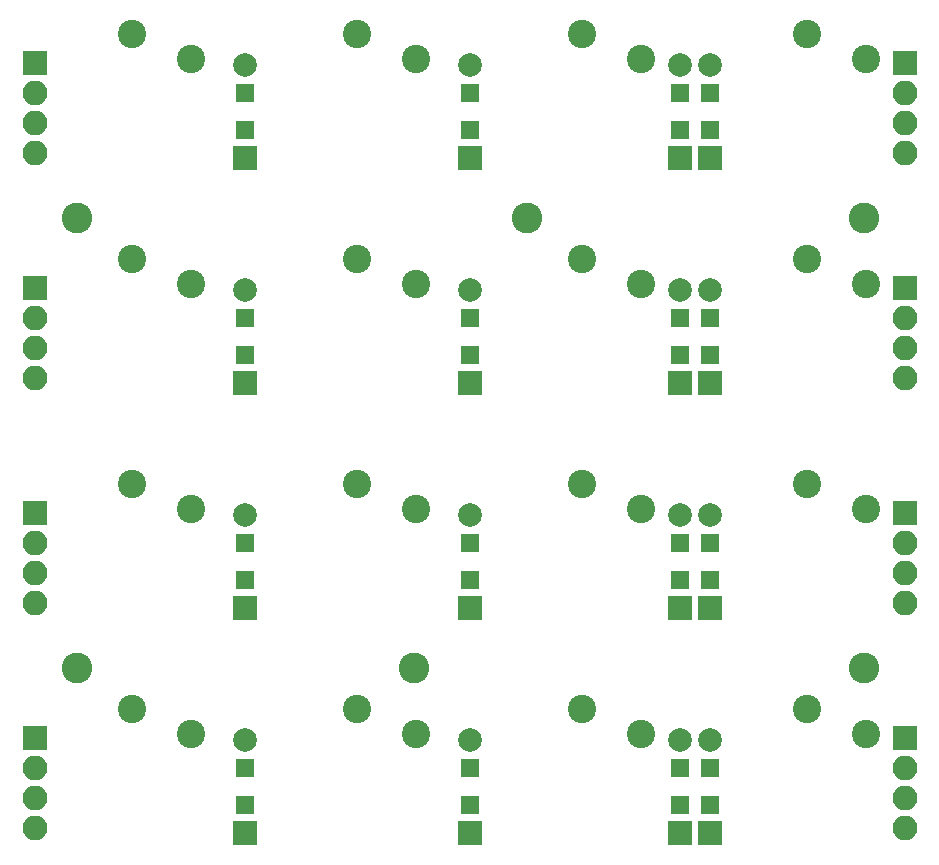
<source format=gbr>
G04 #@! TF.GenerationSoftware,KiCad,Pcbnew,(5.0.0)*
G04 #@! TF.CreationDate,2018-10-05T17:44:57-06:00*
G04 #@! TF.ProjectId,4x4_backpack,3478345F6261636B7061636B2E6B6963,rev?*
G04 #@! TF.SameCoordinates,Original*
G04 #@! TF.FileFunction,Soldermask,Bot*
G04 #@! TF.FilePolarity,Negative*
%FSLAX46Y46*%
G04 Gerber Fmt 4.6, Leading zero omitted, Abs format (unit mm)*
G04 Created by KiCad (PCBNEW (5.0.0)) date 10/05/18 17:44:57*
%MOMM*%
%LPD*%
G01*
G04 APERTURE LIST*
%ADD10R,2.100000X2.100000*%
%ADD11O,2.100000X2.100000*%
%ADD12C,2.600000*%
%ADD13C,2.000000*%
%ADD14R,2.000000X2.000000*%
%ADD15R,1.600000X1.600000*%
%ADD16C,2.400000*%
G04 APERTURE END LIST*
D10*
G04 #@! TO.C,J1*
X77470000Y-82232500D03*
D11*
X77470000Y-84772500D03*
X77470000Y-87312500D03*
X77470000Y-89852500D03*
G04 #@! TD*
G04 #@! TO.C,J2*
X77470000Y-108902500D03*
X77470000Y-106362500D03*
X77470000Y-103822500D03*
D10*
X77470000Y-101282500D03*
G04 #@! TD*
G04 #@! TO.C,J3*
X77470000Y-120332500D03*
D11*
X77470000Y-122872500D03*
X77470000Y-125412500D03*
X77470000Y-127952500D03*
G04 #@! TD*
G04 #@! TO.C,J4*
X77470000Y-147002500D03*
X77470000Y-144462500D03*
X77470000Y-141922500D03*
D10*
X77470000Y-139382500D03*
G04 #@! TD*
G04 #@! TO.C,J5*
X151130000Y-82232500D03*
D11*
X151130000Y-84772500D03*
X151130000Y-87312500D03*
X151130000Y-89852500D03*
G04 #@! TD*
G04 #@! TO.C,J6*
X151130000Y-108902500D03*
X151130000Y-106362500D03*
X151130000Y-103822500D03*
D10*
X151130000Y-101282500D03*
G04 #@! TD*
G04 #@! TO.C,J7*
X151130000Y-120332500D03*
D11*
X151130000Y-122872500D03*
X151130000Y-125412500D03*
X151130000Y-127952500D03*
G04 #@! TD*
G04 #@! TO.C,J8*
X151130000Y-147002500D03*
X151130000Y-144462500D03*
X151130000Y-141922500D03*
D10*
X151130000Y-139382500D03*
G04 #@! TD*
D12*
G04 #@! TO.C,J11*
X81026000Y-133477000D03*
G04 #@! TD*
G04 #@! TO.C,J12*
X147701000Y-95377000D03*
G04 #@! TD*
G04 #@! TO.C,J13*
X147701000Y-133477000D03*
G04 #@! TD*
G04 #@! TO.C,J14*
X109601000Y-133477000D03*
G04 #@! TD*
G04 #@! TO.C,J15*
X119126000Y-95377000D03*
G04 #@! TD*
G04 #@! TO.C,J16*
X81026000Y-95377000D03*
G04 #@! TD*
D13*
G04 #@! TO.C,D1*
X95250000Y-82460000D03*
D14*
X95250000Y-90260000D03*
D15*
X95250000Y-84785000D03*
X95250000Y-87935000D03*
G04 #@! TD*
D13*
G04 #@! TO.C,D2*
X114300000Y-82460000D03*
D14*
X114300000Y-90260000D03*
D15*
X114300000Y-84785000D03*
X114300000Y-87935000D03*
G04 #@! TD*
G04 #@! TO.C,D3*
X132080000Y-87935000D03*
X132080000Y-84785000D03*
D14*
X132080000Y-90260000D03*
D13*
X132080000Y-82460000D03*
G04 #@! TD*
D15*
G04 #@! TO.C,D4*
X134620000Y-87935000D03*
X134620000Y-84785000D03*
D14*
X134620000Y-90260000D03*
D13*
X134620000Y-82460000D03*
G04 #@! TD*
G04 #@! TO.C,D5*
X95250000Y-101510000D03*
D14*
X95250000Y-109310000D03*
D15*
X95250000Y-103835000D03*
X95250000Y-106985000D03*
G04 #@! TD*
G04 #@! TO.C,D6*
X114300000Y-106985000D03*
X114300000Y-103835000D03*
D14*
X114300000Y-109310000D03*
D13*
X114300000Y-101510000D03*
G04 #@! TD*
G04 #@! TO.C,D7*
X132080000Y-101510000D03*
D14*
X132080000Y-109310000D03*
D15*
X132080000Y-103835000D03*
X132080000Y-106985000D03*
G04 #@! TD*
G04 #@! TO.C,D8*
X134620000Y-106985000D03*
X134620000Y-103835000D03*
D14*
X134620000Y-109310000D03*
D13*
X134620000Y-101510000D03*
G04 #@! TD*
D15*
G04 #@! TO.C,D9*
X95250000Y-126035000D03*
X95250000Y-122885000D03*
D14*
X95250000Y-128360000D03*
D13*
X95250000Y-120560000D03*
G04 #@! TD*
G04 #@! TO.C,D10*
X114300000Y-120560000D03*
D14*
X114300000Y-128360000D03*
D15*
X114300000Y-122885000D03*
X114300000Y-126035000D03*
G04 #@! TD*
G04 #@! TO.C,D11*
X132080000Y-126035000D03*
X132080000Y-122885000D03*
D14*
X132080000Y-128360000D03*
D13*
X132080000Y-120560000D03*
G04 #@! TD*
G04 #@! TO.C,D12*
X134620000Y-120560000D03*
D14*
X134620000Y-128360000D03*
D15*
X134620000Y-122885000D03*
X134620000Y-126035000D03*
G04 #@! TD*
D13*
G04 #@! TO.C,D13*
X95250000Y-139610000D03*
D14*
X95250000Y-147410000D03*
D15*
X95250000Y-141935000D03*
X95250000Y-145085000D03*
G04 #@! TD*
G04 #@! TO.C,D14*
X114300000Y-145085000D03*
X114300000Y-141935000D03*
D14*
X114300000Y-147410000D03*
D13*
X114300000Y-139610000D03*
G04 #@! TD*
D15*
G04 #@! TO.C,D15*
X132080000Y-145085000D03*
X132080000Y-141935000D03*
D14*
X132080000Y-147410000D03*
D13*
X132080000Y-139610000D03*
G04 #@! TD*
G04 #@! TO.C,D16*
X134620000Y-139610000D03*
D14*
X134620000Y-147410000D03*
D15*
X134620000Y-141935000D03*
X134620000Y-145085000D03*
G04 #@! TD*
D16*
G04 #@! TO.C,S1*
X85725000Y-79825000D03*
X90725000Y-81925000D03*
G04 #@! TD*
G04 #@! TO.C,S2*
X109775000Y-81925000D03*
X104775000Y-79825000D03*
G04 #@! TD*
G04 #@! TO.C,S3*
X123825000Y-79825000D03*
X128825000Y-81925000D03*
G04 #@! TD*
G04 #@! TO.C,S4*
X147875000Y-81925000D03*
X142875000Y-79825000D03*
G04 #@! TD*
G04 #@! TO.C,S5*
X90725000Y-100975000D03*
X85725000Y-98875000D03*
G04 #@! TD*
G04 #@! TO.C,S6*
X104775000Y-98875000D03*
X109775000Y-100975000D03*
G04 #@! TD*
G04 #@! TO.C,S7*
X123825000Y-98875000D03*
X128825000Y-100975000D03*
G04 #@! TD*
G04 #@! TO.C,S8*
X147875000Y-100975000D03*
X142875000Y-98875000D03*
G04 #@! TD*
G04 #@! TO.C,S9*
X90725000Y-120025000D03*
X85725000Y-117925000D03*
G04 #@! TD*
G04 #@! TO.C,S10*
X104775000Y-117925000D03*
X109775000Y-120025000D03*
G04 #@! TD*
G04 #@! TO.C,S11*
X123825000Y-117925000D03*
X128825000Y-120025000D03*
G04 #@! TD*
G04 #@! TO.C,S12*
X142875000Y-117925000D03*
X147875000Y-120025000D03*
G04 #@! TD*
G04 #@! TO.C,S13*
X90725000Y-139075000D03*
X85725000Y-136975000D03*
G04 #@! TD*
G04 #@! TO.C,S14*
X109775000Y-139075000D03*
X104775000Y-136975000D03*
G04 #@! TD*
G04 #@! TO.C,S15*
X123825000Y-136975000D03*
X128825000Y-139075000D03*
G04 #@! TD*
G04 #@! TO.C,S16*
X147875000Y-139075000D03*
X142875000Y-136975000D03*
G04 #@! TD*
M02*

</source>
